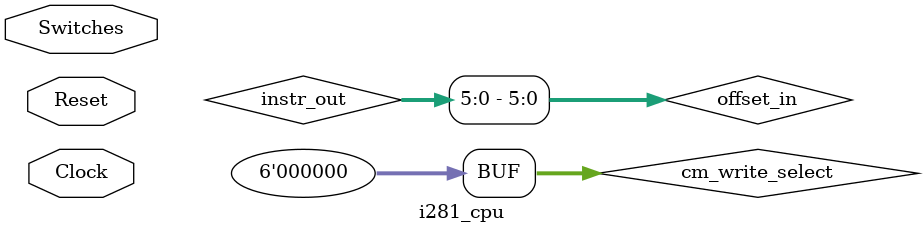
<source format=v>
module i281_cpu (
    // Global Signals
    input wire Clock,
    input wire Reset,
	 input wire [15:0] Switches // Assuming 0 for normal operation, or an input for BIOS
);

    // Instruction Fetch Wires (Code Memory)
    wire [5:0] pc_out_cm_addr;
    wire [15:0] instr_out;
    wire c1_imem_write_enable;
    wire [5:0] cm_write_select = 6'd0; // Assuming 0 for normal operation, or an input for BIOS

    // Instruction Decode Wires (OpCode Decoder)
    wire [7:0] OpCode_Field = instr_out[15:8];
    wire OP_NOOP, OP_INPUTC, OP_INPUTCF, OP_INPUTD, OP_INPUTDF, OP_MOVE, OP_LOADI_LOADP,
         OP_ADD, OP_ADDI, OP_SUB, OP_SUBI, OP_LOAD, OP_LOADF, OP_STORE, OP_STOREF,
         OP_SHIFTL, OP_SHIFTR, OP_CMP, OP_JUMP, OP_BRE_BRZ, OP_BRNE_BRNZ, OP_BRG, OP_BRGE;
    wire X1, X0, Y1, Y0;

    // Control Unit Wires (Control)
    wire c2_program_counter_mux, c3_program_counter_write_en;
    wire c4_registers_port0_select1, c5_registers_port0_select0;
    wire c6_registers_port1_select1, c7_registers_port1_select0;
    wire c8_registers_write_select1, c9_registers_write_select0;
    wire c10_registers_write_enable;
    wire c11_alu_source_mux;
    wire c12_alu_select1, c13_alu_select0;
    wire c14_flags_write_enable;
    wire c15_alu_result_mux;
    wire c16_dmem_input_mux;
    wire c17_dmem_write_enable;
    wire c18_reg_writeback_mux;

    // PC and PC Update Logic Wires
    wire [5:0] next_pc_address;
    wire [5:0] offset_in = instr_out[5:0]; // The 6 low bits of the instruction (I5-I0) are the offset for PC Update

    // Register File Wires
    wire [7:0] port0_data; // To ALU Port A
    wire [7:0] port1_data; // To ALU Source Mux (C11)
    wire [7:0] reg_writeback_data; // Output from C18 Reg Writeback Mux

    // ALU Wires
    wire [7:0] alu_input_B; // Output from C11 ALU Source Mux
    wire [7:0] alu_result;
    wire flag_negative, flag_zero, flag_carry, flag_overflow;

    // Flags Register Wires
    wire out_carry, out_overflow, out_negative, out_zero; // To Control Unit (CF, ZF, NF, OF)

    // Data Memory Wires
    wire [7:0] dmem_data_out;

    // Mux Wires
    wire [7:0] alu_result_mux_out; // Output of C15 ALU Result Mux
    wire [7:0] dmem_input_mux_out; // Output of C16 DMEM Input Mux



    // 1. Code Memory
    CodeMemory CM (
        .clk(Clock),
        .addr_cm(pc_out_cm_addr), // PC Out (6 bits)
        .we_cm(c1_imem_write_enable), // C1
        .data_in_cm(Switches),
        .write_sel(cm_write_select),
        .instr_out(instr_out)
    );

    // 2. OpCode Decoder
    opcode_decoder OD (
        .OpCode_Field(OpCode_Field), // I15-I8

        .OP_NOOP(OP_NOOP), .OP_INPUTC(OP_INPUTC), .OP_INPUTCF(OP_INPUTCF),
        .OP_INPUTD(OP_INPUTD), .OP_INPUTDF(OP_INPUTDF), .OP_MOVE(OP_MOVE),
        .OP_LOADI_LOADP(OP_LOADI_LOADP), .OP_ADD(OP_ADD), .OP_ADDI(OP_ADDI),
        .OP_SUB(OP_SUB), .OP_SUBI(OP_SUBI), .OP_LOAD(OP_LOAD),
        .OP_LOADF(OP_LOADF), .OP_STORE(OP_STORE), .OP_STOREF(OP_STOREF),
        .OP_SHIFTL(OP_SHIFTL), .OP_SHIFTR(OP_SHIFTR), .OP_CMP(OP_CMP),
        .OP_JUMP(OP_JUMP), .OP_BRE_BRZ(OP_BRE_BRZ), .OP_BRNE_BRNZ(OP_BRNE_BRNZ),
        .OP_BRG(OP_BRG), .OP_BRGE(OP_BRGE),

        .X1(X1), .X0(X0), // I11, I10
        .Y1(Y1), .Y0(Y0)  // I9, I8
    );

    // 3. Control Unit
    control CU (
        // OpCode Lines
        .OP_NOOP(OP_NOOP), .OP_INPUTC(OP_INPUTC), .OP_INPUTCF(OP_INPUTCF),
        .OP_INPUTD(OP_INPUTD), .OP_INPUTDF(OP_INPUTDF), .OP_MOVE(OP_MOVE),
        .OP_LOADI_LOADP(OP_LOADI_LOADP), .OP_ADD(OP_ADD), .OP_ADDI(OP_ADDI),
        .OP_SUB(OP_SUB), .OP_SUBI(OP_SUBI), .OP_LOAD(OP_LOAD),
        .OP_LOADF(OP_LOADF), .OP_STORE(OP_STORE), .OP_STOREF(OP_STOREF),
        .OP_SHIFTL(OP_SHIFTL), .OP_SHIFTR(OP_SHIFTR), .OP_CMP(OP_CMP),
        .OP_JUMP(OP_JUMP), .OP_BRE_BRZ(OP_BRE_BRZ), .OP_BRNE_BRNZ(OP_BRNE_BRNZ),
        .OP_BRG(OP_BRG), .OP_BRGE(OP_BRGE),

        // Register Select Bits
        .X1(X1), .X0(X0), .Y1(Y1), .Y0(Y0),

        // Flag Bits (ZF, NF, OF, CF)
        .ZF(out_zero), // Zero Flag
        .NF(out_negative), // Negative Flag
        .OF(out_overflow), // Overflow Flag
		  .CF(out_carry), // Carry Flag

        // Output Control Signals (C1-C18)
        .c1_imem_write_enable(c1_imem_write_enable),
        .c2_program_counter_mux(c2_program_counter_mux),
        .c3_program_counter_write_en(c3_program_counter_write_en),
        .c4_registers_port0_select1(c4_registers_port0_select1),
        .c5_registers_port0_select0(c5_registers_port0_select0),
        .c6_registers_port1_select1(c6_registers_port1_select1),
        .c7_registers_port1_select0(c7_registers_port1_select0),
        .c8_registers_write_select1(c8_registers_write_select1),
        .c9_registers_write_select0(c9_registers_write_select0),
        .c10_registers_write_enable(c10_registers_write_enable),
        .c11_alu_source_mux(c11_alu_source_mux),
        .c12_alu_select1(c12_alu_select1),
        .c13_alu_select0(c13_alu_select0),
        .c14_flags_write_enable(c14_flags_write_enable),
        .c15_alu_result_mux(c15_alu_result_mux),
        .c16_dmem_input_mux(c16_dmem_input_mux),
        .c17_dmem_write_enable(c17_dmem_write_enable),
        .c18_reg_writeback_mux(c18_reg_writeback_mux)
    );

    // 4. PC Update Logic
    pcupdatelogic PCUL (
        .current_pc(pc_out_cm_addr), // PC Out (6 bits)
        .offset_in(offset_in), // I5-I0 of instruction (6 low bits)
        .c2_mux_select(c2_program_counter_mux), // C2
        .next_pc_address(next_pc_address) // To PC Input
    );

    // 5. Program Counter (PC)
    pc PC (
        .clk(Clock),
        .reset(Reset),
        .c3_write_en(c3_program_counter_write_en), // C3
        .in_pc(next_pc_address), // Output of PC Update Logic
        .pc_out(pc_out_cm_addr) // To Code Memory Address and PC Update Logic
    );

    // 6. Register File
    registerfile RF (
        .clk(Clock),
        .reset(Reset),
        .c10_write_en(c10_registers_write_enable),
        .c8c9_write_sel({c8_registers_write_select1, c9_registers_write_select0}),
        .c4c5_read0_sel({c4_registers_port0_select1, c5_registers_port0_select0}),
        .c6c7_read1_sel({c6_registers_port1_select1, c7_registers_port1_select0}),

        .data_in(reg_writeback_data), // Output of C18 Reg Writeback Mux

        .port0_data(port0_data), // To ALU Port A
        .port1_data(port1_data) // To ALU Source Mux (C11)
    );

    // 7. ALU Source Mux (C11)
    // Selects between Register Port 1 (port1_data) and I7-I0 (instr_out[7:0])
    assign alu_input_B = c11_alu_source_mux ? instr_out[7:0] : port1_data;

    // 8. ALU
    alu ALU (
        .data_A(port0_data), // Register Port 0
        .data_B(alu_input_B), // Output of C11 Mux
        .c12_select1(c12_alu_select1),
        .c13_select0(c13_alu_select0),
        .alu_result(alu_result), // To C15 ALU Result Mux
        .flag_negative(flag_negative),
        .flag_zero(flag_zero),
        .flag_carry(flag_carry),
        .flag_overflow(flag_overflow)
    );

    // 9. Flags Register
    flags_register FR (
        .clk(Clock),
        .reset(Reset),
        .c14_write_en(c14_flags_write_enable), // C14

        .in_carry(flag_carry),
        .in_overflow(flag_overflow),
        .in_negative(flag_negative),
        .in_zero(flag_zero),

        .out_carry(out_carry),
        .out_overflow(out_overflow),
        .out_negative(out_negative), // NF to Control Unit
        .out_zero(out_zero) // ZF to Control Unit
    );
	 
    assign alu_result_mux_out = c15_alu_result_mux ? instr_out[7:0] : alu_result;
    assign dmem_input_mux_out = c16_dmem_input_mux ? Switches[7:0] : port1_data; // Using I7-I0 as the 'Switches' placeholder input

    // 12. Data Memory
    dmem dmem (
        .Clock(Clock),
        .ReadSelect(alu_result_mux_out[3:0]),
        .DataOut(dmem_data_out), // To C15 ALU Result Mux

        .WriteEn(c17_dmem_write_enable), // C17
        .WriteSelect(alu_result_mux_out[3:0]),
        .DataIn(dmem_input_mux_out) // Output of C16 DMEM Input Mux
    );

    assign reg_writeback_data = c18_reg_writeback_mux ? dmem_data_out : alu_result_mux_out;

endmodule
</source>
